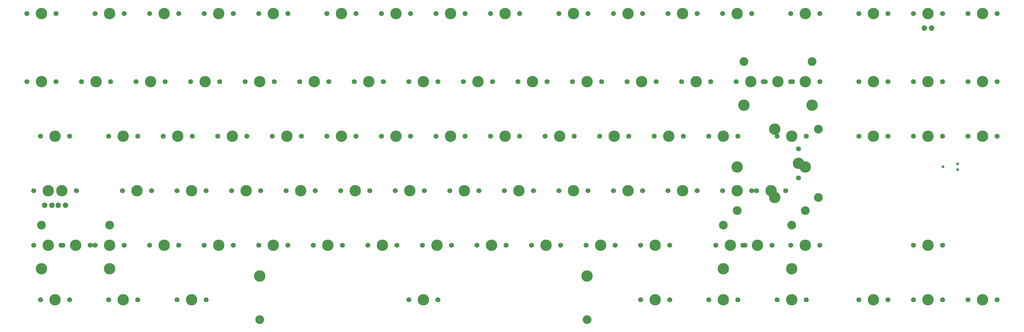
<source format=gbr>
%TF.GenerationSoftware,KiCad,Pcbnew,(5.1.10)-1*%
%TF.CreationDate,2021-12-21T07:20:54+07:00*%
%TF.ProjectId,solder,736f6c64-6572-42e6-9b69-6361645f7063,rev?*%
%TF.SameCoordinates,Original*%
%TF.FileFunction,Soldermask,Top*%
%TF.FilePolarity,Negative*%
%FSLAX46Y46*%
G04 Gerber Fmt 4.6, Leading zero omitted, Abs format (unit mm)*
G04 Created by KiCad (PCBNEW (5.1.10)-1) date 2021-12-21 07:20:54*
%MOMM*%
%LPD*%
G01*
G04 APERTURE LIST*
%ADD10C,1.750000*%
%ADD11C,3.987800*%
%ADD12C,0.990600*%
%ADD13C,1.905000*%
%ADD14C,3.048000*%
G04 APERTURE END LIST*
D10*
%TO.C,MX28*%
X76517500Y-66675000D03*
X66357500Y-66675000D03*
D11*
X71437500Y-66675000D03*
%TD*%
D12*
%TO.C,U4*%
X343654349Y-78406690D03*
X343654349Y-76374690D03*
X338574349Y-77390690D03*
%TD*%
D13*
%TO.C,D115*%
X29686250Y-90805000D03*
X32226250Y-90805000D03*
%TD*%
%TO.C,D114*%
X27463772Y-90805072D03*
X24923772Y-90805072D03*
%TD*%
%TO.C,D113*%
X332105000Y-28892500D03*
X334645000Y-28892500D03*
%TD*%
D11*
%TO.C,MX84*%
X278606250Y-85725000D03*
D10*
X273526250Y-85725000D03*
X283686250Y-85725000D03*
D14*
X266700000Y-92710000D03*
X290512500Y-92710000D03*
D11*
X266700000Y-77470000D03*
X290512500Y-77470000D03*
%TD*%
%TO.C,MX56*%
X157162500Y-123825000D03*
D10*
X152082500Y-123825000D03*
X162242500Y-123825000D03*
D14*
X100012500Y-130810000D03*
X214312500Y-130810000D03*
D11*
X100012500Y-115570000D03*
X214312500Y-115570000D03*
%TD*%
D10*
%TO.C,MX103*%
X357505000Y-23812500D03*
X347345000Y-23812500D03*
D11*
X352425000Y-23812500D03*
%TD*%
D10*
%TO.C,MX108*%
X357505000Y-123825000D03*
X347345000Y-123825000D03*
D11*
X352425000Y-123825000D03*
%TD*%
%TO.C,MX76*%
X288131492Y-76200064D03*
D10*
X288131492Y-71120064D03*
X288131492Y-81280064D03*
D14*
X295116492Y-88138064D03*
X295116492Y-64262064D03*
D11*
X279876492Y-88138064D03*
X279876492Y-64262064D03*
%TD*%
D10*
%TO.C,MX79*%
X271780224Y-85725072D03*
X261620224Y-85725072D03*
D11*
X266700224Y-85725072D03*
%TD*%
D10*
%TO.C,MX71*%
X31273772Y-85725072D03*
X21113772Y-85725072D03*
D11*
X26193772Y-85725072D03*
%TD*%
%TO.C,MX66*%
X35718750Y-104775000D03*
D10*
X30638750Y-104775000D03*
X40798750Y-104775000D03*
D14*
X23812500Y-97790000D03*
X47625000Y-97790000D03*
D11*
X23812500Y-113030000D03*
X47625000Y-113030000D03*
%TD*%
%TO.C,MX61*%
X273843750Y-104775000D03*
D10*
X268763750Y-104775000D03*
X278923750Y-104775000D03*
D14*
X261937500Y-97790000D03*
X285750000Y-97790000D03*
D11*
X261937500Y-113030000D03*
X285750000Y-113030000D03*
%TD*%
%TO.C,MX51*%
X280987500Y-47625000D03*
D10*
X275907500Y-47625000D03*
X286067500Y-47625000D03*
D14*
X269081250Y-40640000D03*
X292893750Y-40640000D03*
D11*
X269081250Y-55880000D03*
X292893750Y-55880000D03*
%TD*%
D10*
%TO.C,MX15*%
X290830000Y-66675000D03*
X280670000Y-66675000D03*
D11*
X285750000Y-66675000D03*
%TD*%
D10*
%TO.C,MX105*%
X357505000Y-66675000D03*
X347345000Y-66675000D03*
D11*
X352425000Y-66675000D03*
%TD*%
D10*
%TO.C,MX93*%
X338455000Y-66675000D03*
X328295000Y-66675000D03*
D11*
X333375000Y-66675000D03*
%TD*%
D10*
%TO.C,MX88*%
X319405000Y-66675000D03*
X309245000Y-66675000D03*
D11*
X314325000Y-66675000D03*
%TD*%
D10*
%TO.C,MX46*%
X290830000Y-123825000D03*
X280670000Y-123825000D03*
D11*
X285750000Y-123825000D03*
%TD*%
D10*
%TO.C,MX41*%
X267017500Y-123825000D03*
X256857500Y-123825000D03*
D11*
X261937500Y-123825000D03*
%TD*%
D10*
%TO.C,MX36*%
X243205000Y-123825000D03*
X233045000Y-123825000D03*
D11*
X238125000Y-123825000D03*
%TD*%
D10*
%TO.C,MX31*%
X81280000Y-123825000D03*
X71120000Y-123825000D03*
D11*
X76200000Y-123825000D03*
%TD*%
D10*
%TO.C,MX21*%
X33655000Y-123825000D03*
X23495000Y-123825000D03*
D11*
X28575000Y-123825000D03*
%TD*%
D10*
%TO.C,MX80*%
X269398750Y-104775000D03*
X259238750Y-104775000D03*
D11*
X264318750Y-104775000D03*
%TD*%
D10*
%TO.C,MX102*%
X338455000Y-123825000D03*
X328295000Y-123825000D03*
D11*
X333375000Y-123825000D03*
%TD*%
D10*
%TO.C,MX96*%
X319405000Y-123825000D03*
X309245000Y-123825000D03*
D11*
X314325000Y-123825000D03*
%TD*%
D10*
%TO.C,MX26*%
X57467500Y-123825000D03*
X47307500Y-123825000D03*
D11*
X52387500Y-123825000D03*
%TD*%
D10*
%TO.C,MX20*%
X31273750Y-104775000D03*
X21113750Y-104775000D03*
D11*
X26193750Y-104775000D03*
%TD*%
D10*
%TO.C,MX101*%
X338455000Y-104775000D03*
X328295000Y-104775000D03*
D11*
X333375000Y-104775000D03*
%TD*%
D10*
%TO.C,MX85*%
X295592500Y-104775000D03*
X285432500Y-104775000D03*
D11*
X290512500Y-104775000D03*
%TD*%
D10*
%TO.C,MX75*%
X243205000Y-104775000D03*
X233045000Y-104775000D03*
D11*
X238125000Y-104775000D03*
%TD*%
D10*
%TO.C,MX70*%
X224155000Y-104775000D03*
X213995000Y-104775000D03*
D11*
X219075000Y-104775000D03*
%TD*%
D10*
%TO.C,MX65*%
X205105000Y-104775000D03*
X194945000Y-104775000D03*
D11*
X200025000Y-104775000D03*
%TD*%
D10*
%TO.C,MX60*%
X186055000Y-104775000D03*
X175895000Y-104775000D03*
D11*
X180975000Y-104775000D03*
%TD*%
D10*
%TO.C,MX55*%
X167005000Y-104775000D03*
X156845000Y-104775000D03*
D11*
X161925000Y-104775000D03*
%TD*%
D10*
%TO.C,MX50*%
X147955000Y-104775000D03*
X137795000Y-104775000D03*
D11*
X142875000Y-104775000D03*
%TD*%
D10*
%TO.C,MX45*%
X128905000Y-104775000D03*
X118745000Y-104775000D03*
D11*
X123825000Y-104775000D03*
%TD*%
D10*
%TO.C,MX40*%
X109855000Y-104775000D03*
X99695000Y-104775000D03*
D11*
X104775000Y-104775000D03*
%TD*%
D10*
%TO.C,MX35*%
X90805000Y-104775000D03*
X80645000Y-104775000D03*
D11*
X85725000Y-104775000D03*
%TD*%
D10*
%TO.C,MX30*%
X71755000Y-104775000D03*
X61595000Y-104775000D03*
D11*
X66675000Y-104775000D03*
%TD*%
D10*
%TO.C,MX25*%
X52705000Y-104775000D03*
X42545000Y-104775000D03*
D11*
X47625000Y-104775000D03*
%TD*%
D10*
%TO.C,MX19*%
X36036250Y-85725000D03*
X25876250Y-85725000D03*
D11*
X30956250Y-85725000D03*
%TD*%
D10*
%TO.C,MX74*%
X252730000Y-85725000D03*
X242570000Y-85725000D03*
D11*
X247650000Y-85725000D03*
%TD*%
D10*
%TO.C,MX69*%
X233680000Y-85725000D03*
X223520000Y-85725000D03*
D11*
X228600000Y-85725000D03*
%TD*%
D10*
%TO.C,MX64*%
X214630000Y-85725000D03*
X204470000Y-85725000D03*
D11*
X209550000Y-85725000D03*
%TD*%
D10*
%TO.C,MX59*%
X195580000Y-85725000D03*
X185420000Y-85725000D03*
D11*
X190500000Y-85725000D03*
%TD*%
D10*
%TO.C,MX54*%
X176530000Y-85725000D03*
X166370000Y-85725000D03*
D11*
X171450000Y-85725000D03*
%TD*%
D10*
%TO.C,MX49*%
X157480000Y-85725000D03*
X147320000Y-85725000D03*
D11*
X152400000Y-85725000D03*
%TD*%
D10*
%TO.C,MX44*%
X138430000Y-85725000D03*
X128270000Y-85725000D03*
D11*
X133350000Y-85725000D03*
%TD*%
D10*
%TO.C,MX39*%
X119380000Y-85725000D03*
X109220000Y-85725000D03*
D11*
X114300000Y-85725000D03*
%TD*%
D10*
%TO.C,MX34*%
X100330000Y-85725000D03*
X90170000Y-85725000D03*
D11*
X95250000Y-85725000D03*
%TD*%
D10*
%TO.C,MX29*%
X81280000Y-85725000D03*
X71120000Y-85725000D03*
D11*
X76200000Y-85725000D03*
%TD*%
D10*
%TO.C,MX24*%
X62230000Y-85725000D03*
X52070000Y-85725000D03*
D11*
X57150000Y-85725000D03*
%TD*%
D10*
%TO.C,MX18*%
X33655000Y-66675000D03*
X23495000Y-66675000D03*
D11*
X28575000Y-66675000D03*
%TD*%
D10*
%TO.C,MX78*%
X267017500Y-66675000D03*
X256857500Y-66675000D03*
D11*
X261937500Y-66675000D03*
%TD*%
D10*
%TO.C,MX73*%
X247967500Y-66675000D03*
X237807500Y-66675000D03*
D11*
X242887500Y-66675000D03*
%TD*%
D10*
%TO.C,MX68*%
X228917500Y-66675000D03*
X218757500Y-66675000D03*
D11*
X223837500Y-66675000D03*
%TD*%
D10*
%TO.C,MX63*%
X209867500Y-66675000D03*
X199707500Y-66675000D03*
D11*
X204787500Y-66675000D03*
%TD*%
D10*
%TO.C,MX58*%
X190817500Y-66675000D03*
X180657500Y-66675000D03*
D11*
X185737500Y-66675000D03*
%TD*%
D10*
%TO.C,MX53*%
X171767500Y-66675000D03*
X161607500Y-66675000D03*
D11*
X166687500Y-66675000D03*
%TD*%
D10*
%TO.C,MX48*%
X152717500Y-66675000D03*
X142557500Y-66675000D03*
D11*
X147637500Y-66675000D03*
%TD*%
D10*
%TO.C,MX43*%
X133667500Y-66675000D03*
X123507500Y-66675000D03*
D11*
X128587500Y-66675000D03*
%TD*%
D10*
%TO.C,MX38*%
X114617500Y-66675000D03*
X104457500Y-66675000D03*
D11*
X109537500Y-66675000D03*
%TD*%
D10*
%TO.C,MX33*%
X95567500Y-66675000D03*
X85407500Y-66675000D03*
D11*
X90487500Y-66675000D03*
%TD*%
D10*
%TO.C,MX23*%
X57467500Y-66675000D03*
X47307500Y-66675000D03*
D11*
X52387500Y-66675000D03*
%TD*%
D10*
%TO.C,MX104*%
X357505000Y-47625000D03*
X347345000Y-47625000D03*
D11*
X352425000Y-47625000D03*
%TD*%
D10*
%TO.C,MX98*%
X338455000Y-47625000D03*
X328295000Y-47625000D03*
D11*
X333375000Y-47625000D03*
%TD*%
D10*
%TO.C,MX92*%
X319405000Y-47625000D03*
X309245000Y-47625000D03*
D11*
X314325000Y-47625000D03*
%TD*%
D10*
%TO.C,MX87*%
X295592500Y-47625000D03*
X285432500Y-47625000D03*
D11*
X290512500Y-47625000D03*
%TD*%
D10*
%TO.C,MX82*%
X276542500Y-47625000D03*
X266382500Y-47625000D03*
D11*
X271462500Y-47625000D03*
%TD*%
D10*
%TO.C,MX77*%
X257492500Y-47625000D03*
X247332500Y-47625000D03*
D11*
X252412500Y-47625000D03*
%TD*%
D10*
%TO.C,MX72*%
X238442500Y-47625000D03*
X228282500Y-47625000D03*
D11*
X233362500Y-47625000D03*
%TD*%
D10*
%TO.C,MX67*%
X219392500Y-47625000D03*
X209232500Y-47625000D03*
D11*
X214312500Y-47625000D03*
%TD*%
D10*
%TO.C,MX62*%
X200342500Y-47625000D03*
X190182500Y-47625000D03*
D11*
X195262500Y-47625000D03*
%TD*%
D10*
%TO.C,MX57*%
X181292500Y-47625000D03*
X171132500Y-47625000D03*
D11*
X176212500Y-47625000D03*
%TD*%
D10*
%TO.C,MX52*%
X162242500Y-47625000D03*
X152082500Y-47625000D03*
D11*
X157162500Y-47625000D03*
%TD*%
D10*
%TO.C,MX47*%
X143192500Y-47625000D03*
X133032500Y-47625000D03*
D11*
X138112500Y-47625000D03*
%TD*%
D10*
%TO.C,MX42*%
X124142500Y-47625000D03*
X113982500Y-47625000D03*
D11*
X119062500Y-47625000D03*
%TD*%
D10*
%TO.C,MX37*%
X105092500Y-47625000D03*
X94932500Y-47625000D03*
D11*
X100012500Y-47625000D03*
%TD*%
D10*
%TO.C,MX32*%
X86042500Y-47625000D03*
X75882500Y-47625000D03*
D11*
X80962500Y-47625000D03*
%TD*%
D10*
%TO.C,MX27*%
X66992500Y-47625000D03*
X56832500Y-47625000D03*
D11*
X61912500Y-47625000D03*
%TD*%
D10*
%TO.C,MX22*%
X47942500Y-47625000D03*
X37782500Y-47625000D03*
D11*
X42862500Y-47625000D03*
%TD*%
D10*
%TO.C,MX17*%
X28892500Y-47625000D03*
X18732500Y-47625000D03*
D11*
X23812500Y-47625000D03*
%TD*%
D10*
%TO.C,MX97*%
X338455000Y-23812500D03*
X328295000Y-23812500D03*
D11*
X333375000Y-23812500D03*
%TD*%
D10*
%TO.C,MX16*%
X319405000Y-23812500D03*
X309245000Y-23812500D03*
D11*
X314325000Y-23812500D03*
%TD*%
D10*
%TO.C,MX14*%
X295592500Y-23812500D03*
X285432500Y-23812500D03*
D11*
X290512500Y-23812500D03*
%TD*%
D10*
%TO.C,MX13*%
X271780000Y-23812500D03*
X261620000Y-23812500D03*
D11*
X266700000Y-23812500D03*
%TD*%
D10*
%TO.C,MX12*%
X252730000Y-23812500D03*
X242570000Y-23812500D03*
D11*
X247650000Y-23812500D03*
%TD*%
D10*
%TO.C,MX11*%
X233680000Y-23812500D03*
X223520000Y-23812500D03*
D11*
X228600000Y-23812500D03*
%TD*%
D10*
%TO.C,MX10*%
X214630000Y-23812500D03*
X204470000Y-23812500D03*
D11*
X209550000Y-23812500D03*
%TD*%
D10*
%TO.C,MX9*%
X190817500Y-23812500D03*
X180657500Y-23812500D03*
D11*
X185737500Y-23812500D03*
%TD*%
D10*
%TO.C,MX8*%
X171767500Y-23812500D03*
X161607500Y-23812500D03*
D11*
X166687500Y-23812500D03*
%TD*%
D10*
%TO.C,MX7*%
X152717500Y-23812500D03*
X142557500Y-23812500D03*
D11*
X147637500Y-23812500D03*
%TD*%
D10*
%TO.C,MX6*%
X133667500Y-23812500D03*
X123507500Y-23812500D03*
D11*
X128587500Y-23812500D03*
%TD*%
D10*
%TO.C,MX5*%
X109855000Y-23812500D03*
X99695000Y-23812500D03*
D11*
X104775000Y-23812500D03*
%TD*%
D10*
%TO.C,MX4*%
X90805000Y-23812500D03*
X80645000Y-23812500D03*
D11*
X85725000Y-23812500D03*
%TD*%
D10*
%TO.C,MX3*%
X71755000Y-23812500D03*
X61595000Y-23812500D03*
D11*
X66675000Y-23812500D03*
%TD*%
D10*
%TO.C,MX2*%
X52705000Y-23812500D03*
X42545000Y-23812500D03*
D11*
X47625000Y-23812500D03*
%TD*%
D10*
%TO.C,MX1*%
X28892500Y-23812500D03*
X18732500Y-23812500D03*
D11*
X23812500Y-23812500D03*
%TD*%
M02*

</source>
